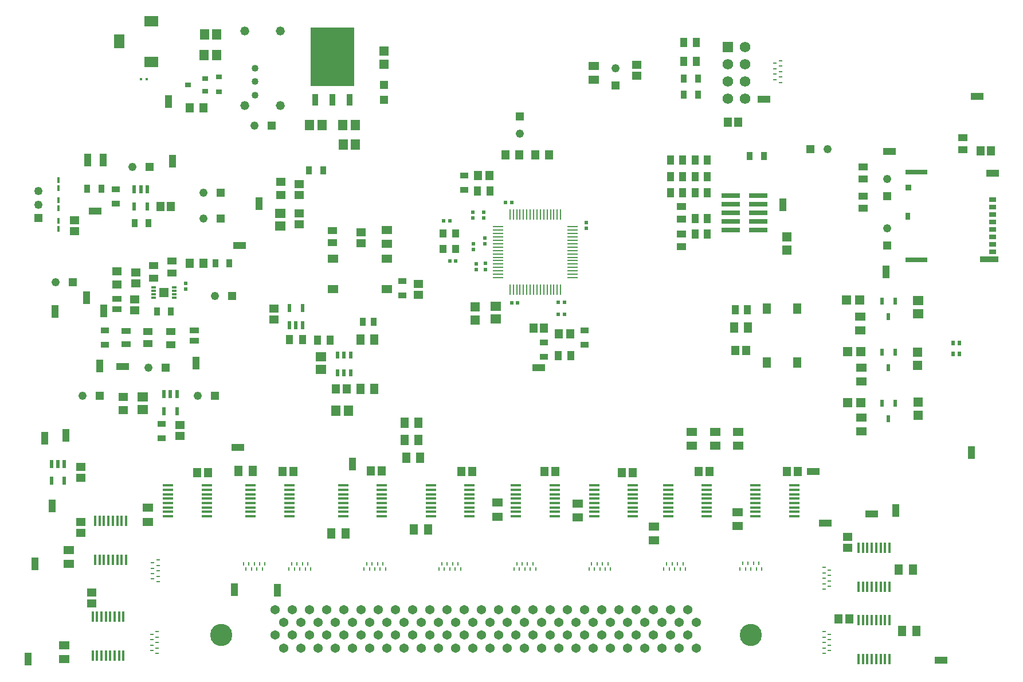
<source format=gbr>
%TF.GenerationSoftware,Altium Limited,Altium Designer,20.2.5 (213)*%
G04 Layer_Color=255*
%FSLAX26Y26*%
%MOIN*%
%TF.SameCoordinates,271AC680-9A3E-4A00-A3D7-6C105C8C782D*%
%TF.FilePolarity,Positive*%
%TF.FileFunction,Pads,Top*%
%TF.Part,Single*%
G01*
G75*
%TA.AperFunction,SMDPad,CuDef*%
%ADD11R,0.049213X0.061024*%
%ADD12R,0.061024X0.049213*%
%ADD13R,0.076772X0.043307*%
%ADD14R,0.043307X0.076772*%
%ADD15R,0.059379X0.055344*%
%ADD16R,0.051181X0.035433*%
%ADD17R,0.023622X0.023622*%
%ADD18R,0.045276X0.057087*%
%ADD19R,0.039370X0.053150*%
%ADD20R,0.053150X0.039370*%
%ADD21R,0.051364X0.057331*%
G04:AMPARAMS|DCode=22|XSize=61.811mil|YSize=16.142mil|CornerRadius=2.018mil|HoleSize=0mil|Usage=FLASHONLY|Rotation=0.000|XOffset=0mil|YOffset=0mil|HoleType=Round|Shape=RoundedRectangle|*
%AMROUNDEDRECTD22*
21,1,0.061811,0.012106,0,0,0.0*
21,1,0.057776,0.016142,0,0,0.0*
1,1,0.004035,0.028888,-0.006053*
1,1,0.004035,-0.028888,-0.006053*
1,1,0.004035,-0.028888,0.006053*
1,1,0.004035,0.028888,0.006053*
%
%ADD22ROUNDEDRECTD22*%
%ADD23R,0.055344X0.059379*%
%ADD24R,0.057269X0.061268*%
%ADD25R,0.012795X0.015748*%
%ADD26R,0.032677X0.029528*%
%ADD27R,0.047244X0.057087*%
%ADD28R,0.057331X0.051364*%
%ADD29R,0.011811X0.035433*%
%ADD30R,0.023622X0.045276*%
%ADD31R,0.035433X0.051181*%
G04:AMPARAMS|DCode=32|XSize=61.811mil|YSize=16.142mil|CornerRadius=2.018mil|HoleSize=0mil|Usage=FLASHONLY|Rotation=90.000|XOffset=0mil|YOffset=0mil|HoleType=Round|Shape=RoundedRectangle|*
%AMROUNDEDRECTD32*
21,1,0.061811,0.012106,0,0,90.0*
21,1,0.057776,0.016142,0,0,90.0*
1,1,0.004035,0.006053,0.028888*
1,1,0.004035,0.006053,-0.028888*
1,1,0.004035,-0.006053,-0.028888*
1,1,0.004035,-0.006053,0.028888*
%
%ADD32ROUNDEDRECTD32*%
%ADD33R,0.019685X0.009842*%
%ADD34R,0.023622X0.023622*%
%ADD35R,0.009842X0.019685*%
%ADD36R,0.051181X0.061024*%
%ADD37R,0.043307X0.051181*%
%ADD38R,0.035672X0.051567*%
%ADD39R,0.021654X0.041339*%
%ADD40R,0.061268X0.057269*%
%ADD41R,0.041339X0.055118*%
%ADD42R,0.057564X0.053332*%
%ADD43R,0.061024X0.051181*%
%ADD44R,0.053543X0.057480*%
%ADD45R,0.029528X0.011811*%
%ADD46R,0.057087X0.047244*%
%ADD47R,0.053150X0.037402*%
%ADD48R,0.055118X0.041339*%
%ADD49R,0.057087X0.037402*%
%ADD50R,0.036614X0.035433*%
%ADD51R,0.030709X0.041339*%
%ADD52R,0.072047X0.044882*%
%ADD53R,0.129921X0.027559*%
%ADD54R,0.110236X0.033858*%
%ADD55R,0.043307X0.027559*%
%ADD56R,0.109055X0.025591*%
%ADD57R,0.061024X0.053150*%
%ADD58R,0.021654X0.031496*%
%ADD59R,0.053332X0.057564*%
%ADD60R,0.022000X0.040000*%
%ADD61O,0.009842X0.061024*%
%ADD62O,0.061024X0.009842*%
%ADD63R,0.033000X0.069000*%
%ADD64R,0.258000X0.344000*%
%ADD65R,0.035433X0.031496*%
%ADD66R,0.051181X0.045276*%
%TA.AperFunction,ComponentPad*%
%ADD69R,0.048819X0.048819*%
%ADD70C,0.048819*%
%ADD71R,0.048819X0.048819*%
%ADD72R,0.059055X0.082677*%
%ADD73R,0.082677X0.059055*%
%ADD74C,0.053858*%
%ADD75C,0.128740*%
%ADD76R,0.061811X0.061811*%
%ADD77C,0.061811*%
%ADD78C,0.049213*%
%ADD79R,0.049213X0.049213*%
%ADD80C,0.052000*%
%ADD81C,0.040000*%
D11*
X2515354Y2200000D02*
D03*
X2434646D02*
D03*
X6355354Y1625000D02*
D03*
X6274646D02*
D03*
X5398306Y3031230D02*
D03*
X5317598D02*
D03*
X3224540Y2961210D02*
D03*
X3143830D02*
D03*
X3142412Y2676210D02*
D03*
X3223122D02*
D03*
X3535354Y1860000D02*
D03*
X3454646D02*
D03*
X2974646Y1835000D02*
D03*
X3055354D02*
D03*
X6375000Y1270000D02*
D03*
X6294292D02*
D03*
X3480354Y2480000D02*
D03*
X3399646D02*
D03*
X3480354Y2380000D02*
D03*
X3399646D02*
D03*
X3490354Y2275000D02*
D03*
X3409646D02*
D03*
D12*
X6050000Y3096456D02*
D03*
Y3015748D02*
D03*
X4850000Y1794646D02*
D03*
Y1875354D02*
D03*
X1420000Y1185354D02*
D03*
Y1104646D02*
D03*
X6055000Y2800354D02*
D03*
Y2719646D02*
D03*
Y2508938D02*
D03*
Y2428228D02*
D03*
X1445000Y1740354D02*
D03*
Y1659646D02*
D03*
X1905000Y1983938D02*
D03*
Y1903228D02*
D03*
X5335000Y1958938D02*
D03*
Y1878228D02*
D03*
X3940000Y2013938D02*
D03*
Y1933228D02*
D03*
X5340000Y2425000D02*
D03*
Y2344292D02*
D03*
X5205000Y2425000D02*
D03*
Y2344292D02*
D03*
X5070000Y2425000D02*
D03*
Y2344292D02*
D03*
X4405000Y2008938D02*
D03*
Y1928228D02*
D03*
X3295000Y3518228D02*
D03*
Y3598938D02*
D03*
X4500000Y4552240D02*
D03*
Y4471530D02*
D03*
D13*
X4180000Y2800000D02*
D03*
X5490656Y4358793D02*
D03*
X1600000Y3710000D02*
D03*
X2440000Y3510000D02*
D03*
X5775000Y2195000D02*
D03*
X6115000Y1950000D02*
D03*
X6520000Y1100000D02*
D03*
X1760000Y2805000D02*
D03*
X2430000Y2335000D02*
D03*
X5845000Y1895000D02*
D03*
X6730000Y4375000D02*
D03*
X6220000Y4055000D02*
D03*
D14*
X1550000Y3205000D02*
D03*
X1555000Y4005000D02*
D03*
X1645000D02*
D03*
X2050001Y3999999D02*
D03*
X1365000Y3125000D02*
D03*
X1625000Y2810000D02*
D03*
X1650000Y3130000D02*
D03*
X1430000Y2405000D02*
D03*
X1305000Y2390000D02*
D03*
X6255000Y1970000D02*
D03*
X6695000Y2305000D02*
D03*
X2410000Y1510000D02*
D03*
X2185001Y2824999D02*
D03*
X1350001Y1994999D02*
D03*
X1250001Y1659999D02*
D03*
X1210000Y1105000D02*
D03*
X3096165Y2239345D02*
D03*
X2553706Y3751534D02*
D03*
X2660001Y1504999D02*
D03*
X6199868Y3356380D02*
D03*
X5600000Y3745000D02*
D03*
X2025000Y4345000D02*
D03*
D15*
X2676886Y3623534D02*
D03*
Y3696466D02*
D03*
X2912768Y2862676D02*
D03*
Y2789744D02*
D03*
D16*
X3385000Y3301338D02*
D03*
Y3218662D02*
D03*
X4210000Y2862322D02*
D03*
Y2945000D02*
D03*
X4445000Y2932322D02*
D03*
Y3015000D02*
D03*
X1988000Y2471338D02*
D03*
Y2388662D02*
D03*
X1655000Y2931614D02*
D03*
Y3014292D02*
D03*
X3745000Y3833662D02*
D03*
Y3916338D02*
D03*
X1720000Y3753662D02*
D03*
Y3836338D02*
D03*
D17*
X3662198Y3417500D02*
D03*
X3697802D02*
D03*
X3987198Y3760000D02*
D03*
X4022802D02*
D03*
X3627198Y3652500D02*
D03*
X3662802D02*
D03*
X4294396Y3110000D02*
D03*
X4330000D02*
D03*
X4294396Y3180000D02*
D03*
X4330000D02*
D03*
X4057802Y3175000D02*
D03*
X4022198D02*
D03*
D18*
X3894448Y3915000D02*
D03*
X3825552D02*
D03*
X4364448Y2995000D02*
D03*
X4295552D02*
D03*
D19*
X3895434Y3825000D02*
D03*
X3824568D02*
D03*
X5159458Y3573958D02*
D03*
X5088592D02*
D03*
Y3663958D02*
D03*
X5159458D02*
D03*
X5095000Y4690000D02*
D03*
X5024134D02*
D03*
X5393386Y3136230D02*
D03*
X5322520D02*
D03*
X5159458Y4003958D02*
D03*
X5088592D02*
D03*
X5159458Y3908958D02*
D03*
X5088592D02*
D03*
X5159458Y3813958D02*
D03*
X5088592D02*
D03*
X5017332D02*
D03*
X4946466D02*
D03*
Y3908958D02*
D03*
X5017332D02*
D03*
X5095000Y4580000D02*
D03*
X5024134D02*
D03*
X2965434Y2960000D02*
D03*
X2894566D02*
D03*
X4365434Y2870000D02*
D03*
X4294566D02*
D03*
X4946466Y4003958D02*
D03*
X5017332D02*
D03*
D20*
X5009458Y3574390D02*
D03*
Y3503524D02*
D03*
X6065000Y3725000D02*
D03*
Y3795866D02*
D03*
X5009458Y3663524D02*
D03*
Y3734390D02*
D03*
X1940000Y3320000D02*
D03*
Y3390866D02*
D03*
X2045000Y3349566D02*
D03*
Y3420434D02*
D03*
X1905000Y3009370D02*
D03*
Y2938504D02*
D03*
X6645000Y4135432D02*
D03*
Y4064566D02*
D03*
X6065000Y3894566D02*
D03*
Y3965434D02*
D03*
X2980000Y3524566D02*
D03*
Y3595434D02*
D03*
D21*
X5278474Y4225000D02*
D03*
X5341526D02*
D03*
X5386526Y2900000D02*
D03*
X5323474D02*
D03*
X6811526Y4060000D02*
D03*
X6748474D02*
D03*
X3001240Y2676210D02*
D03*
X3064294D02*
D03*
X5987118Y1340000D02*
D03*
X5924064D02*
D03*
X4211526Y3030000D02*
D03*
X4148474D02*
D03*
X2193000Y2190000D02*
D03*
X2256054D02*
D03*
X5623474Y2195000D02*
D03*
X5686526D02*
D03*
X2690794D02*
D03*
X2753848D02*
D03*
X3203474Y2200000D02*
D03*
X3266526D02*
D03*
X4213474Y2195000D02*
D03*
X4276526D02*
D03*
X3729060D02*
D03*
X3792114D02*
D03*
X4663474Y2190000D02*
D03*
X4726526D02*
D03*
X5108946Y2195000D02*
D03*
X5172000D02*
D03*
X1978474Y3735000D02*
D03*
X2041526D02*
D03*
D22*
X4047008Y2114566D02*
D03*
Y2088976D02*
D03*
Y2063386D02*
D03*
Y2037796D02*
D03*
Y2012204D02*
D03*
Y1986614D02*
D03*
Y1961024D02*
D03*
Y1935434D02*
D03*
X4272992D02*
D03*
Y1961024D02*
D03*
Y1986614D02*
D03*
Y2012204D02*
D03*
Y2037796D02*
D03*
Y2063386D02*
D03*
Y2088976D02*
D03*
Y2114566D02*
D03*
X2250000D02*
D03*
Y2088976D02*
D03*
Y2063386D02*
D03*
Y2037796D02*
D03*
Y2012204D02*
D03*
Y1986614D02*
D03*
Y1961024D02*
D03*
Y1935434D02*
D03*
X2024016D02*
D03*
Y1961024D02*
D03*
Y1986614D02*
D03*
Y2012204D02*
D03*
Y2037796D02*
D03*
Y2063386D02*
D03*
Y2088976D02*
D03*
Y2114566D02*
D03*
X3042008D02*
D03*
Y2088976D02*
D03*
Y2063386D02*
D03*
Y2037796D02*
D03*
Y2012204D02*
D03*
Y1986614D02*
D03*
Y1961024D02*
D03*
Y1935434D02*
D03*
X3267992D02*
D03*
Y1961024D02*
D03*
Y1986614D02*
D03*
Y2012204D02*
D03*
Y2037796D02*
D03*
Y2063386D02*
D03*
Y2088976D02*
D03*
Y2114566D02*
D03*
X2730786D02*
D03*
Y2088976D02*
D03*
Y2063386D02*
D03*
Y2037796D02*
D03*
Y2012204D02*
D03*
Y1986614D02*
D03*
Y1961024D02*
D03*
Y1935434D02*
D03*
X2504800D02*
D03*
Y1961024D02*
D03*
Y1986614D02*
D03*
Y2012204D02*
D03*
Y2037796D02*
D03*
Y2063386D02*
D03*
Y2088976D02*
D03*
Y2114566D02*
D03*
X5665984D02*
D03*
Y2088976D02*
D03*
Y2063386D02*
D03*
Y2037796D02*
D03*
Y2012204D02*
D03*
Y1986614D02*
D03*
Y1961024D02*
D03*
Y1935434D02*
D03*
X5440000D02*
D03*
Y1961024D02*
D03*
Y1986614D02*
D03*
Y2012204D02*
D03*
Y2037796D02*
D03*
Y2063386D02*
D03*
Y2088976D02*
D03*
Y2114566D02*
D03*
X4932008D02*
D03*
Y2088976D02*
D03*
Y2063386D02*
D03*
Y2037796D02*
D03*
Y2012204D02*
D03*
Y1986614D02*
D03*
Y1961024D02*
D03*
Y1935434D02*
D03*
X5157992D02*
D03*
Y1961024D02*
D03*
Y1986614D02*
D03*
Y2012204D02*
D03*
Y2037796D02*
D03*
Y2063386D02*
D03*
Y2088976D02*
D03*
Y2114566D02*
D03*
X4502008D02*
D03*
Y2088976D02*
D03*
Y2063386D02*
D03*
Y2037796D02*
D03*
Y2012204D02*
D03*
Y1986614D02*
D03*
Y1961024D02*
D03*
Y1935434D02*
D03*
X4727992D02*
D03*
Y1961024D02*
D03*
Y1986614D02*
D03*
Y2012204D02*
D03*
Y2037796D02*
D03*
Y2063386D02*
D03*
Y2088976D02*
D03*
Y2114566D02*
D03*
X3552008D02*
D03*
Y2088976D02*
D03*
Y2063386D02*
D03*
Y2037796D02*
D03*
Y2012204D02*
D03*
Y1986614D02*
D03*
Y1961024D02*
D03*
Y1935434D02*
D03*
X3777992D02*
D03*
Y1961024D02*
D03*
Y1986614D02*
D03*
Y2012204D02*
D03*
Y2037796D02*
D03*
Y2063386D02*
D03*
Y2088976D02*
D03*
Y2114566D02*
D03*
D23*
X3114784Y4094124D02*
D03*
X3041850D02*
D03*
X3112184Y4209124D02*
D03*
X3039252D02*
D03*
X2306466Y4615000D02*
D03*
X2233534D02*
D03*
X2307932Y4735000D02*
D03*
X2235000D02*
D03*
D24*
X2845718Y4209124D02*
D03*
X2918614D02*
D03*
X3073704Y2550000D02*
D03*
X3000808D02*
D03*
D25*
X1900000Y4475000D02*
D03*
X1865552D02*
D03*
D26*
X2320000Y4488898D02*
D03*
Y4401102D02*
D03*
D27*
X2150630Y4310000D02*
D03*
X2229370D02*
D03*
X2230000Y3405000D02*
D03*
X2151260D02*
D03*
X3986260Y4035000D02*
D03*
X4065000D02*
D03*
X4240000D02*
D03*
X4161260D02*
D03*
D28*
X1480000Y3593474D02*
D03*
Y3656526D02*
D03*
X1580000Y1428000D02*
D03*
Y1491054D02*
D03*
X3480000Y3223474D02*
D03*
Y3286526D02*
D03*
X2640000Y3141526D02*
D03*
Y3078474D02*
D03*
X1830000Y3196526D02*
D03*
Y3133474D02*
D03*
X2093000Y2403000D02*
D03*
Y2466054D02*
D03*
X1835000Y3288474D02*
D03*
Y3351526D02*
D03*
X1518000Y2221526D02*
D03*
Y2158474D02*
D03*
X1515000Y1838474D02*
D03*
Y1901526D02*
D03*
X5975000Y1816526D02*
D03*
Y1753474D02*
D03*
X2785000Y3633474D02*
D03*
Y3696526D02*
D03*
Y3866526D02*
D03*
Y3803474D02*
D03*
X4750000Y4558054D02*
D03*
Y4495000D02*
D03*
X3145000Y3586526D02*
D03*
Y3523474D02*
D03*
D29*
X1385000Y3606378D02*
D03*
Y3653622D02*
D03*
Y3772244D02*
D03*
Y3725000D02*
D03*
Y3842756D02*
D03*
Y3890000D02*
D03*
D30*
X1902402Y3834212D02*
D03*
X1865000D02*
D03*
X1827598D02*
D03*
Y3735788D02*
D03*
X1902402D02*
D03*
X2730366Y3145424D02*
D03*
X2805168D02*
D03*
Y3046998D02*
D03*
X2767768D02*
D03*
X2730366D02*
D03*
X2075402Y2545788D02*
D03*
X2000598D02*
D03*
Y2644212D02*
D03*
X2038000D02*
D03*
X2075402D02*
D03*
X1420402Y2140788D02*
D03*
X1345598D02*
D03*
Y2239212D02*
D03*
X1383000D02*
D03*
X1420402D02*
D03*
D31*
X1911338Y3640000D02*
D03*
X1828662D02*
D03*
X5106338Y4480000D02*
D03*
X5023662D02*
D03*
X5106338Y4385000D02*
D03*
X5023662D02*
D03*
X2381338Y3405000D02*
D03*
X2298662D02*
D03*
X1958662Y3125000D02*
D03*
X2041338D02*
D03*
X5407322Y4030000D02*
D03*
X5490000D02*
D03*
X2843662Y3945000D02*
D03*
X2926338D02*
D03*
X1636338Y3840000D02*
D03*
X1553662D02*
D03*
D32*
X1585434Y1352992D02*
D03*
X1611024D02*
D03*
X1636614D02*
D03*
X1662204D02*
D03*
X1687796D02*
D03*
X1713386D02*
D03*
X1738976D02*
D03*
X1764566D02*
D03*
Y1127008D02*
D03*
X1738976D02*
D03*
X1713386D02*
D03*
X1687796D02*
D03*
X1662204D02*
D03*
X1636614D02*
D03*
X1611024D02*
D03*
X1585434D02*
D03*
X6040434Y1752992D02*
D03*
X6066024D02*
D03*
X6091614D02*
D03*
X6117204D02*
D03*
X6142796D02*
D03*
X6168386D02*
D03*
X6193976D02*
D03*
X6219566D02*
D03*
Y1527008D02*
D03*
X6193976D02*
D03*
X6168386D02*
D03*
X6142796D02*
D03*
X6117204D02*
D03*
X6091614D02*
D03*
X6066024D02*
D03*
X6040434D02*
D03*
Y1332992D02*
D03*
X6066024D02*
D03*
X6091614D02*
D03*
X6117204D02*
D03*
X6142796D02*
D03*
X6168386D02*
D03*
X6193976D02*
D03*
X6219566D02*
D03*
Y1107008D02*
D03*
X6193976D02*
D03*
X6168386D02*
D03*
X6142796D02*
D03*
X6117204D02*
D03*
X6091614D02*
D03*
X6066024D02*
D03*
X6040434D02*
D03*
X1600434Y1682008D02*
D03*
X1626024D02*
D03*
X1651614D02*
D03*
X1677204D02*
D03*
X1702796D02*
D03*
X1728386D02*
D03*
X1753976D02*
D03*
X1779566D02*
D03*
Y1907992D02*
D03*
X1753976D02*
D03*
X1728386D02*
D03*
X1702796D02*
D03*
X1677204D02*
D03*
X1651614D02*
D03*
X1626024D02*
D03*
X1600434D02*
D03*
D33*
X5870000Y1248740D02*
D03*
Y1217244D02*
D03*
Y1185748D02*
D03*
Y1154252D02*
D03*
X5838504Y1138504D02*
D03*
Y1170000D02*
D03*
Y1201496D02*
D03*
Y1232992D02*
D03*
Y1264488D02*
D03*
Y1637992D02*
D03*
Y1606496D02*
D03*
Y1575000D02*
D03*
Y1543504D02*
D03*
Y1512008D02*
D03*
X5870000Y1527756D02*
D03*
Y1559252D02*
D03*
Y1590748D02*
D03*
Y1622244D02*
D03*
X1961496Y1138504D02*
D03*
Y1170000D02*
D03*
Y1201496D02*
D03*
Y1232992D02*
D03*
Y1264488D02*
D03*
X1930000Y1248740D02*
D03*
Y1217244D02*
D03*
Y1185748D02*
D03*
Y1154252D02*
D03*
X1965000Y1555000D02*
D03*
Y1586496D02*
D03*
Y1617992D02*
D03*
Y1649488D02*
D03*
Y1680984D02*
D03*
X1933504Y1665236D02*
D03*
Y1633740D02*
D03*
Y1602244D02*
D03*
Y1570748D02*
D03*
X5585000Y4457008D02*
D03*
Y4488504D02*
D03*
Y4520000D02*
D03*
Y4551496D02*
D03*
Y4582992D02*
D03*
X5553504Y4567244D02*
D03*
Y4535748D02*
D03*
Y4504252D02*
D03*
Y4472756D02*
D03*
D34*
X4455000Y3607198D02*
D03*
Y3642802D02*
D03*
X3815000Y3367198D02*
D03*
Y3402800D02*
D03*
X3865000Y3517198D02*
D03*
Y3552802D02*
D03*
X3800000Y3520302D02*
D03*
Y3484698D02*
D03*
X3870000Y3370000D02*
D03*
Y3405602D02*
D03*
X2125000Y3254398D02*
D03*
Y3290000D02*
D03*
X3795000Y3667198D02*
D03*
Y3702802D02*
D03*
X3860000Y3667198D02*
D03*
Y3702802D02*
D03*
D35*
X3615632Y1659588D02*
D03*
X3647128D02*
D03*
X3678624D02*
D03*
X3710120D02*
D03*
X3725868Y1628092D02*
D03*
X3694372D02*
D03*
X3662876D02*
D03*
X3631380D02*
D03*
X3599884D02*
D03*
X4908190D02*
D03*
X4939686D02*
D03*
X4971184D02*
D03*
X5002680D02*
D03*
X5034176D02*
D03*
X5018428Y1659588D02*
D03*
X4986932D02*
D03*
X4955436D02*
D03*
X4923938D02*
D03*
X4472088Y1628092D02*
D03*
X4503584D02*
D03*
X4535080D02*
D03*
X4566576D02*
D03*
X4598072D02*
D03*
X4582324Y1659588D02*
D03*
X4550828D02*
D03*
X4519332D02*
D03*
X4487836D02*
D03*
X4035986Y1628092D02*
D03*
X4067482D02*
D03*
X4098978D02*
D03*
X4130474D02*
D03*
X4161970D02*
D03*
X4146222Y1659588D02*
D03*
X4114726D02*
D03*
X4083230D02*
D03*
X4051734D02*
D03*
X3163782Y1628092D02*
D03*
X3195278D02*
D03*
X3226774D02*
D03*
X3258270D02*
D03*
X3289766D02*
D03*
X3274018Y1659588D02*
D03*
X3242522D02*
D03*
X3211026D02*
D03*
X3179530D02*
D03*
X2727680Y1628092D02*
D03*
X2759176D02*
D03*
X2790672D02*
D03*
X2822168D02*
D03*
X2853664D02*
D03*
X2837916Y1659588D02*
D03*
X2806420D02*
D03*
X2774924D02*
D03*
X2743428D02*
D03*
X5366260Y1661496D02*
D03*
X5397756D02*
D03*
X5429252D02*
D03*
X5460748D02*
D03*
X5476496Y1630000D02*
D03*
X5445000D02*
D03*
X5413504D02*
D03*
X5382008D02*
D03*
X5350512D02*
D03*
X2587992Y1660000D02*
D03*
X2556496D02*
D03*
X2525000D02*
D03*
X2493504D02*
D03*
X2462008D02*
D03*
X2477756Y1628504D02*
D03*
X2509252D02*
D03*
X2540748D02*
D03*
X2572244D02*
D03*
D36*
X5506418Y2828504D02*
D03*
Y3141496D02*
D03*
X5683582Y2828504D02*
D03*
Y3141496D02*
D03*
D37*
X3695434Y3487224D02*
D03*
Y3577776D02*
D03*
X3624566D02*
D03*
Y3487224D02*
D03*
D38*
X3218322Y3066210D02*
D03*
X3157212D02*
D03*
D39*
X3010366Y2872392D02*
D03*
X3047768D02*
D03*
X3085168D02*
D03*
Y2770030D02*
D03*
X3047768D02*
D03*
X3010366D02*
D03*
D40*
X3930000Y3082104D02*
D03*
Y3155000D02*
D03*
X1878000Y2557104D02*
D03*
Y2630000D02*
D03*
D41*
X2730366Y2961210D02*
D03*
X2805168D02*
D03*
D42*
X3810000Y3076584D02*
D03*
Y3153416D02*
D03*
X5624458Y3482572D02*
D03*
Y3559404D02*
D03*
X6384706Y2811102D02*
D03*
Y2887936D02*
D03*
X6385000Y2521584D02*
D03*
Y2598416D02*
D03*
X3280000Y4638416D02*
D03*
Y4561584D02*
D03*
D43*
X3296496Y3256418D02*
D03*
X2983504D02*
D03*
X3296496Y3433582D02*
D03*
X2983504D02*
D03*
D44*
X2000000Y3235000D02*
D03*
D45*
X1940944Y3264528D02*
D03*
Y3244842D02*
D03*
Y3225158D02*
D03*
Y3205472D02*
D03*
X2059056D02*
D03*
Y3225158D02*
D03*
Y3244842D02*
D03*
Y3264528D02*
D03*
D46*
X1763000Y2550630D02*
D03*
Y2629370D02*
D03*
X1725000Y3280630D02*
D03*
Y3359370D02*
D03*
X2680000Y3800630D02*
D03*
Y3879370D02*
D03*
D47*
X2175000Y3016260D02*
D03*
Y2955236D02*
D03*
X1725000Y3138976D02*
D03*
Y3200000D02*
D03*
D48*
X2040000Y2932598D02*
D03*
Y3007402D02*
D03*
D49*
X1780000Y2936536D02*
D03*
Y3013308D02*
D03*
D50*
X6329252Y3845314D02*
D03*
D51*
X6326300Y3677402D02*
D03*
D52*
X6819410Y3927598D02*
D03*
D53*
X6375906Y3936260D02*
D03*
Y3426024D02*
D03*
D54*
X6800316Y3429174D02*
D03*
D55*
X6820000Y3774842D02*
D03*
Y3731536D02*
D03*
Y3688228D02*
D03*
Y3644922D02*
D03*
Y3601614D02*
D03*
Y3558308D02*
D03*
Y3515000D02*
D03*
Y3471692D02*
D03*
D56*
X5455000Y3600000D02*
D03*
Y3650000D02*
D03*
Y3700000D02*
D03*
Y3750000D02*
D03*
Y3800000D02*
D03*
X5296338Y3600000D02*
D03*
Y3650000D02*
D03*
Y3700000D02*
D03*
Y3750000D02*
D03*
Y3800000D02*
D03*
D57*
X6385000Y3188386D02*
D03*
Y3111614D02*
D03*
D58*
X6589568Y2942992D02*
D03*
Y2880000D02*
D03*
X6625000D02*
D03*
Y2942992D02*
D03*
D59*
X5971290Y3191102D02*
D03*
X6048124D02*
D03*
X5976290Y2891102D02*
D03*
X6053124D02*
D03*
X5976290Y2596102D02*
D03*
X6053124D02*
D03*
D60*
X6252108Y3186102D02*
D03*
X6177306D02*
D03*
X6214706Y3096102D02*
D03*
X6252108Y2591102D02*
D03*
X6177306D02*
D03*
X6214706Y2501102D02*
D03*
X6252108Y2888602D02*
D03*
X6177306D02*
D03*
X6214706Y2798602D02*
D03*
D61*
X4012362Y3687520D02*
D03*
X4032048D02*
D03*
X4051732D02*
D03*
X4071418D02*
D03*
X4091102D02*
D03*
X4110788D02*
D03*
X4130472D02*
D03*
X4150158D02*
D03*
X4169842D02*
D03*
X4189528D02*
D03*
X4209212D02*
D03*
X4228898D02*
D03*
X4248582D02*
D03*
X4268268D02*
D03*
X4287952D02*
D03*
X4307638D02*
D03*
Y3252480D02*
D03*
X4287952D02*
D03*
X4268268D02*
D03*
X4248582D02*
D03*
X4228898D02*
D03*
X4209212D02*
D03*
X4189528D02*
D03*
X4169842D02*
D03*
X4150158D02*
D03*
X4130472D02*
D03*
X4110788D02*
D03*
X4091102D02*
D03*
X4071418D02*
D03*
X4051732D02*
D03*
X4032048D02*
D03*
X4012362D02*
D03*
D62*
X4377520Y3617638D02*
D03*
Y3597952D02*
D03*
Y3578268D02*
D03*
Y3558582D02*
D03*
Y3538898D02*
D03*
Y3519212D02*
D03*
Y3499528D02*
D03*
Y3479842D02*
D03*
Y3460158D02*
D03*
Y3440472D02*
D03*
Y3420788D02*
D03*
Y3401102D02*
D03*
Y3381418D02*
D03*
Y3361732D02*
D03*
Y3342048D02*
D03*
Y3322362D02*
D03*
X3942480D02*
D03*
Y3342048D02*
D03*
Y3361732D02*
D03*
Y3381418D02*
D03*
Y3401102D02*
D03*
Y3420788D02*
D03*
Y3440472D02*
D03*
Y3460158D02*
D03*
Y3479842D02*
D03*
Y3499528D02*
D03*
Y3519212D02*
D03*
Y3538898D02*
D03*
Y3558582D02*
D03*
Y3578268D02*
D03*
Y3597952D02*
D03*
Y3617638D02*
D03*
D63*
X2880718Y4355624D02*
D03*
X2980718D02*
D03*
X3080718D02*
D03*
D64*
X2980718Y4604124D02*
D03*
D65*
X2141574Y4442598D02*
D03*
X2240000Y4480000D02*
D03*
Y4405196D02*
D03*
D66*
X3280718Y4443416D02*
D03*
Y4354834D02*
D03*
D69*
X2330000Y3665000D02*
D03*
X1915000Y3965000D02*
D03*
X1470000Y3295000D02*
D03*
X2395000Y3215000D02*
D03*
X2298000Y2635000D02*
D03*
X2010000Y2800000D02*
D03*
X1628000Y2635000D02*
D03*
X5760000Y4070000D02*
D03*
X2330000Y3815000D02*
D03*
X2625000Y4205000D02*
D03*
D70*
X2230000Y3665000D02*
D03*
X6205000Y3895000D02*
D03*
X1815000Y3965000D02*
D03*
X1370000Y3295000D02*
D03*
X4070000Y4160000D02*
D03*
X2295000Y3215000D02*
D03*
X2198000Y2635000D02*
D03*
X1910000Y2800000D02*
D03*
X1528000Y2635000D02*
D03*
X5860000Y4070000D02*
D03*
X2230000Y3815000D02*
D03*
X4625000Y4540000D02*
D03*
X6205000Y3610000D02*
D03*
X2525000Y4205000D02*
D03*
D71*
X6205000Y3795000D02*
D03*
X4070000Y4260000D02*
D03*
X4625000Y4440000D02*
D03*
X6205000Y3510000D02*
D03*
D72*
X1739960Y4695000D02*
D03*
D73*
X1925000Y4813110D02*
D03*
Y4576890D02*
D03*
D74*
X2697680Y1169292D02*
D03*
X2797680D02*
D03*
X2897680D02*
D03*
X2997680D02*
D03*
X3097680D02*
D03*
X3197680D02*
D03*
X3297680D02*
D03*
X3397680D02*
D03*
X3497680D02*
D03*
X3597680D02*
D03*
X3697680D02*
D03*
X3797680D02*
D03*
X3897680D02*
D03*
X3997680D02*
D03*
X4097680D02*
D03*
X4197680D02*
D03*
X4297680D02*
D03*
X4397680D02*
D03*
X4497680D02*
D03*
X4597680D02*
D03*
X4697680D02*
D03*
X4797680D02*
D03*
X4897680D02*
D03*
X4997680D02*
D03*
X5097680D02*
D03*
X2647680Y1244094D02*
D03*
X2747680D02*
D03*
X2847680D02*
D03*
X2947680D02*
D03*
X3047680D02*
D03*
X3147680D02*
D03*
X3247680D02*
D03*
X3347680D02*
D03*
X3447680D02*
D03*
X3547680D02*
D03*
X3647680D02*
D03*
X3747680D02*
D03*
X3847680D02*
D03*
X3947680D02*
D03*
X4047680D02*
D03*
X4147680D02*
D03*
X4247680D02*
D03*
X4347680D02*
D03*
X4447680D02*
D03*
X4547680D02*
D03*
X4647680D02*
D03*
X4747680D02*
D03*
X4847680D02*
D03*
X4947680D02*
D03*
X5047680D02*
D03*
X2697680Y1318898D02*
D03*
X2797680D02*
D03*
X2897680D02*
D03*
X2997680D02*
D03*
X3097680D02*
D03*
X3197680D02*
D03*
X3297680D02*
D03*
X3397680D02*
D03*
X3497680D02*
D03*
X3597680D02*
D03*
X3697680D02*
D03*
X3797680D02*
D03*
X3897680D02*
D03*
X3997680D02*
D03*
X4097680D02*
D03*
X4197680D02*
D03*
X4297680D02*
D03*
X4397680D02*
D03*
X4497680D02*
D03*
X4597680D02*
D03*
X4697680D02*
D03*
X4797680D02*
D03*
X4897680D02*
D03*
X4997680D02*
D03*
X5097680D02*
D03*
X2647680Y1393700D02*
D03*
X2747680D02*
D03*
X2847680D02*
D03*
X2947680D02*
D03*
X3047680D02*
D03*
X3147680D02*
D03*
X3247680D02*
D03*
X3347680D02*
D03*
X3447680D02*
D03*
X3547680D02*
D03*
X3647680D02*
D03*
X3747680D02*
D03*
X3847680D02*
D03*
X3947680D02*
D03*
X4047680D02*
D03*
X4147680D02*
D03*
X4247680D02*
D03*
X4347680D02*
D03*
X4447680D02*
D03*
X4547680D02*
D03*
X4647680D02*
D03*
X4747680D02*
D03*
X4847680D02*
D03*
X4947680D02*
D03*
X5047680D02*
D03*
D75*
X2332718Y1244094D02*
D03*
X5412640D02*
D03*
D76*
X5279218Y4663514D02*
D03*
D77*
Y4563514D02*
D03*
Y4463514D02*
D03*
Y4363514D02*
D03*
X5379218Y4663514D02*
D03*
Y4563514D02*
D03*
Y4463514D02*
D03*
Y4363514D02*
D03*
D78*
X1270000Y3746260D02*
D03*
Y3825000D02*
D03*
D79*
Y3667520D02*
D03*
D80*
X2677638Y4756536D02*
D03*
Y4323464D02*
D03*
X2468976Y4756536D02*
D03*
Y4323464D02*
D03*
D81*
X2530000Y4540000D02*
D03*
Y4461260D02*
D03*
Y4382520D02*
D03*
%TF.MD5,bbd2e119eb36be15633c7c770c80f583*%
M02*

</source>
